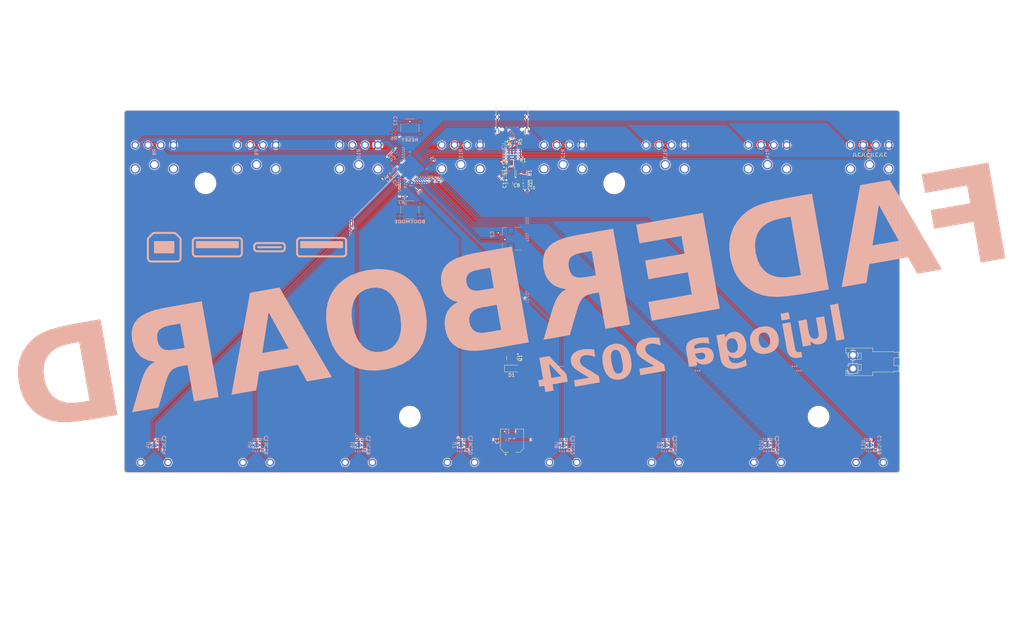
<source format=kicad_pcb>
(kicad_pcb
	(version 20240108)
	(generator "pcbnew")
	(generator_version "8.0")
	(general
		(thickness 1.6)
		(legacy_teardrops no)
	)
	(paper "A4")
	(layers
		(0 "F.Cu" signal)
		(31 "B.Cu" signal)
		(32 "B.Adhes" user "B.Adhesive")
		(33 "F.Adhes" user "F.Adhesive")
		(34 "B.Paste" user)
		(35 "F.Paste" user)
		(36 "B.SilkS" user "B.Silkscreen")
		(37 "F.SilkS" user "F.Silkscreen")
		(38 "B.Mask" user)
		(39 "F.Mask" user)
		(40 "Dwgs.User" user "User.Drawings")
		(41 "Cmts.User" user "User.Comments")
		(42 "Eco1.User" user "User.Eco1")
		(43 "Eco2.User" user "User.Eco2")
		(44 "Edge.Cuts" user)
		(45 "Margin" user)
		(46 "B.CrtYd" user "B.Courtyard")
		(47 "F.CrtYd" user "F.Courtyard")
		(48 "B.Fab" user)
		(49 "F.Fab" user)
		(50 "User.1" user)
		(51 "User.2" user)
		(52 "User.3" user)
		(53 "User.4" user)
		(54 "User.5" user)
		(55 "User.6" user)
		(56 "User.7" user)
		(57 "User.8" user)
		(58 "User.9" user)
	)
	(setup
		(stackup
			(layer "F.SilkS"
				(type "Top Silk Screen")
				(color "White")
			)
			(layer "F.Paste"
				(type "Top Solder Paste")
			)
			(layer "F.Mask"
				(type "Top Solder Mask")
				(color "Green")
				(thickness 0.01)
			)
			(layer "F.Cu"
				(type "copper")
				(thickness 0.035)
			)
			(layer "dielectric 1"
				(type "core")
				(thickness 1.51)
				(material "FR4")
				(epsilon_r 4.5)
				(loss_tangent 0.02)
			)
			(layer "B.Cu"
				(type "copper")
				(thickness 0.035)
			)
			(layer "B.Mask"
				(type "Bottom Solder Mask")
				(color "Green")
				(thickness 0.01)
			)
			(layer "B.Paste"
				(type "Bottom Solder Paste")
			)
			(layer "B.SilkS"
				(type "Bottom Silk Screen")
				(color "White")
			)
			(copper_finish "ENIG")
			(dielectric_constraints no)
		)
		(pad_to_mask_clearance 0)
		(allow_soldermask_bridges_in_footprints no)
		(pcbplotparams
			(layerselection 0x00010fc_ffffffff)
			(plot_on_all_layers_selection 0x0000000_00000000)
			(disableapertmacros no)
			(usegerberextensions yes)
			(usegerberattributes yes)
			(usegerberadvancedattributes yes)
			(creategerberjobfile no)
			(dashed_line_dash_ratio 12.000000)
			(dashed_line_gap_ratio 3.000000)
			(svgprecision 6)
			(plotframeref no)
			(viasonmask no)
			(mode 1)
			(useauxorigin no)
			(hpglpennumber 1)
			(hpglpenspeed 20)
			(hpglpendiameter 15.000000)
			(pdf_front_fp_property_popups yes)
			(pdf_back_fp_property_popups yes)
			(dxfpolygonmode yes)
			(dxfimperialunits yes)
			(dxfusepcbnewfont yes)
			(psnegative no)
			(psa4output no)
			(plotreference yes)
			(plotvalue yes)
			(plotfptext yes)
			(plotinvisibletext no)
			(sketchpadsonfab no)
			(subtractmaskfromsilk yes)
			(outputformat 1)
			(mirror no)
			(drillshape 0)
			(scaleselection 1)
			(outputdirectory "gerber/")
		)
	)
	(net 0 "")
	(net 1 "VDC")
	(net 2 "GND")
	(net 3 "+3V3")
	(net 4 "Net-(U1-LX)")
	(net 5 "/NRST")
	(net 6 "/BOOT0")
	(net 7 "/USART1_RX")
	(net 8 "/USART1_TX")
	(net 9 "Net-(U1-BS)")
	(net 10 "unconnected-(RV1-MountPin-PadMP)")
	(net 11 "unconnected-(RV1-MountPin-PadMP)_0")
	(net 12 "unconnected-(RV1-MountPin-PadMP)_1")
	(net 13 "unconnected-(RV2-MountPin-PadMP)")
	(net 14 "unconnected-(RV2-MountPin-PadMP)_0")
	(net 15 "unconnected-(RV2-MountPin-PadMP)_1")
	(net 16 "unconnected-(RV3-MountPin-PadMP)")
	(net 17 "unconnected-(RV3-MountPin-PadMP)_0")
	(net 18 "unconnected-(RV3-MountPin-PadMP)_1")
	(net 19 "VBUS")
	(net 20 "Net-(U1-FB)")
	(net 21 "Net-(D1-A)")
	(net 22 "Net-(J1-D+-PadA6)")
	(net 23 "Net-(J1-CC1)")
	(net 24 "unconnected-(J1-SBU2-PadB8)")
	(net 25 "Net-(J1-D--PadA7)")
	(net 26 "Net-(J1-CC2)")
	(net 27 "unconnected-(J1-SBU1-PadA8)")
	(net 28 "unconnected-(J2-MountPin-PadMP)")
	(net 29 "unconnected-(J2-MountPin-PadMP)_0")
	(net 30 "Net-(U1-EN)")
	(net 31 "TOUCH1")
	(net 32 "TOUCH2")
	(net 33 "TOUCH3")
	(net 34 "unconnected-(RV4-MountPin-PadMP)")
	(net 35 "unconnected-(RV4-MountPin-PadMP)_0")
	(net 36 "unconnected-(RV4-MountPin-PadMP)_1")
	(net 37 "unconnected-(RV5-MountPin-PadMP)")
	(net 38 "unconnected-(RV5-MountPin-PadMP)_0")
	(net 39 "unconnected-(RV5-MountPin-PadMP)_1")
	(net 40 "unconnected-(RV6-MountPin-PadMP)")
	(net 41 "unconnected-(RV6-MountPin-PadMP)_0")
	(net 42 "unconnected-(RV6-MountPin-PadMP)_1")
	(net 43 "unconnected-(RV7-MountPin-PadMP)")
	(net 44 "unconnected-(RV7-MountPin-PadMP)_0")
	(net 45 "unconnected-(RV7-MountPin-PadMP)_1")
	(net 46 "unconnected-(RV8-MountPin-PadMP)")
	(net 47 "unconnected-(RV8-MountPin-PadMP)_0")
	(net 48 "unconnected-(RV8-MountPin-PadMP)_1")
	(net 49 "TOUCH4")
	(net 50 "TOUCH5")
	(net 51 "TOUCH6")
	(net 52 "TOUCH7")
	(net 53 "TOUCH8")
	(net 54 "/Faders and motor control/B1")
	(net 55 "ADC1")
	(net 56 "/Faders and motor control/A1")
	(net 57 "/Faders and motor control/A2")
	(net 58 "/Faders and motor control/B2")
	(net 59 "ADC2")
	(net 60 "ADC3")
	(net 61 "/Faders and motor control/B3")
	(net 62 "/Faders and motor control/A3")
	(net 63 "ADC4")
	(net 64 "/Faders and motor control/A4")
	(net 65 "/Faders and motor control/B4")
	(net 66 "ADC5")
	(net 67 "/Faders and motor control/A5")
	(net 68 "/Faders and motor control/B5")
	(net 69 "/Faders and motor control/B6")
	(net 70 "ADC6")
	(net 71 "/Faders and motor control/A6")
	(net 72 "/Faders and motor control/B7")
	(net 73 "/Faders and motor control/A7")
	(net 74 "ADC7")
	(net 75 "/Faders and motor control/A8")
	(net 76 "ADC8")
	(net 77 "/Faders and motor control/B8")
	(net 78 "PWM7")
	(net 79 "DIR1")
	(net 80 "PWM5")
	(net 81 "DIR6")
	(net 82 "PWM1")
	(net 83 "PWM3")
	(net 84 "DIR8")
	(net 85 "PWM6")
	(net 86 "PWM8")
	(net 87 "NSLEEP")
	(net 88 "PWM4")
	(net 89 "DIR7")
	(net 90 "PWM2")
	(net 91 "DIR2")
	(net 92 "/USB_D+")
	(net 93 "/USB_D-")
	(net 94 "SWDIO{slash}DIR5")
	(net 95 "SWCLK{slash}DIR4")
	(net 96 "DIR3")
	(footprint "Package_TO_SOT_SMD:SOT-23" (layer "F.Cu") (at 147.5 97.56 -90))
	(footprint "Capacitor_SMD:CP_Elec_6.3x7.7" (layer "F.Cu") (at 147.5 121.79 90))
	(footprint "faderboard:Fader_Alps_RSA0N11M9A0J" (layer "F.Cu") (at 72.5 35))
	(footprint "Capacitor_SMD:C_0805_2012Metric" (layer "F.Cu") (at 148.11 40.175 180))
	(footprint "Inductor_SMD:L_Sunlord_SWPA252012S" (layer "F.Cu") (at 147.065 42.8925 -90))
	(footprint "Package_TO_SOT_SMD:SOT-23-6" (layer "F.Cu") (at 150.3 43.205 90))
	(footprint "faderboard:Fader_Alps_RSA0N11M9A0J" (layer "F.Cu") (at 222.5 35))
	(footprint "Capacitor_SMD:C_0402_1005Metric" (layer "F.Cu") (at 150.775 47.595))
	(footprint "Capacitor_SMD:C_0402_1005Metric" (layer "F.Cu") (at 148.87 45.715 180))
	(footprint "Capacitor_SMD:C_0805_2012Metric" (layer "F.Cu") (at 146.98 46.2425 -90))
	(footprint "faderboard:Fader_Alps_RSA0N11M9A0J" (layer "F.Cu") (at 42.5 35))
	(footprint "MountingHole:MountingHole_3.2mm_M3" (layer "F.Cu") (at 117.5 114.75))
	(footprint "MountingHole:MountingHole_3.2mm_M3" (layer "F.Cu") (at 177.5 46.25))
	(footprint "faderboard:Fader_Alps_RSA0N11M9A0J" (layer "F.Cu") (at 252.5 35))
	(footprint "Resistor_SMD:R_0402_1005Metric" (layer "F.Cu") (at 150.775 45.725 180))
	(footprint "faderboard:Fader_Alps_RSA0N11M9A0J" (layer "F.Cu") (at 162.5 35))
	(footprint "Resistor_SMD:R_0402_1005Metric" (layer "F.Cu") (at 150.74 40.685))
	(footprint "Resistor_SMD:R_0402_1005Metric" (layer "F.Cu") (at 148.75 34.04 -90))
	(footprint "faderboard:Fader_Alps_RSA0N11M9A0J" (layer "F.Cu") (at 102.5 35))
	(footprint "MountingHole:MountingHole_3.2mm_M3" (layer "F.Cu") (at 57.5 46.25))
	(footprint "Connector_USB:USB_C_Receptacle_HRO_TYPE-C-31-M-12" (layer "F.Cu") (at 147.5 27.84 180))
	(footprint "Connector_JST:JST_VH_S2P-VH_1x02_P3.96mm_Horizontal" (layer "F.Cu") (at 247.625 100.63 90))
	(footprint "faderboard:Fader_Alps_RSA0N11M9A0J" (layer "F.Cu") (at 132.5 35))
	(footprint "Resistor_SMD:R_0402_1005Metric" (layer "F.Cu") (at 150.775 46.665))
	(footprint "Diode_SMD:D_SOD-123F" (layer "F.Cu") (at 147.5 100.63))
	(footprint "Resistor_SMD:R_0402_1005Metric" (layer "F.Cu") (at 145.75 34.04 -90))
	(footprint "faderboard:Fader_Alps_RSA0N11M9A0J" (layer "F.Cu") (at 192.5 35))
	(footprint "MountingHole:MountingHole_3.2mm_M3" (layer "F.Cu") (at 237.5 114.75))
	(footprint "Package_SON:WSON-8-1EP_2x2mm_P0.5mm_EP0.9x1.6mm_ThermalVias" (layer "B.Cu") (at 252.5 123.1 90))
	(footprint "Capacitor_SMD:C_0402_1005Metric" (layer "B.Cu") (at 224.21 122.19 -90))
	(footprint "faderboard:Jushuo_AFC01-S04FCx-00_1x04-1MP_P0.50mm_Horizontal" (layer "B.Cu") (at 147.5 62.5 -90))
	(footprint "Resistor_SMD:R_0402_1005Metric" (layer "B.Cu") (at 112.78 31.875))
	(footprint "Package_SON:WSON-8-1EP_2x2mm_P0.5mm_EP0.9x1.6mm_ThermalVias" (layer "B.Cu") (at 102.5 123.1 90))
	(footprint "Capacitor_SMD:C_0402_1005Metric" (layer "B.Cu") (at 224.21 124.01 90))
	(footprint "Capacitor_SMD:C_0402_1005Metric" (layer "B.Cu") (at 194.21 122.19 -90))
	(footprint "Capacitor_SMD:C_0402_1005Metric" (layer "B.Cu") (at 104.21 124.01 90))
	(footprint "Package_SON:WSON-8-1EP_2x2mm_P0.5mm_EP0.9x1.6mm_ThermalVias"
		(layer "B.Cu")
		(uuid "3a87fa2e-2783-4786-bb91-75bddbfaa829")
		(at 132.5 123.1 90)
		(descr "8-Lead Plastic WSON, 2x2mm Body, 0.5mm Pitch, WSON-8, http://www.ti.com/lit/ds/symlink/lm27761.pdf")
		(tags "WSON 8 1EP ThermalVias")
		(property "Reference" "U7"
			(at 0 -1.9 -90)
			(layer "B.SilkS")
			(uuid "f2b7fdee-81de-4742-a2e9-73168582ff74")
			(effects
				(font
					(size 1 1)
					(thickness 0.15)
				)
				(justify mirror)
			)
		)
		(property "Value" "DRV8838"
			(at 0.01 -2.14 -90)
			(layer "B.Fab")
			(uuid "a923cc21-fbbd-4f27-a7cb-4b9dd710e8d5")
			(effects
				(font
					(size 1 1)
					(thickness 0.15)
				)
				(justify mirror)
			)
		)
		(property "Footprint" "Package_SON:WSON-8-1EP_2x2mm_P0.5mm_EP0.9x1.6mm_ThermalVias"
			(at 0 0 -90)
			(unlocked yes)
			(layer "B.Fab")
			(hide yes)
			(uuid "dc0b0bbd-aceb-4a9e-80de-8112ed901dbc")
			(effects
				(font
					(size 1.27 1.27)
					(thickness 0.15)
				)
				(justify mirror)
			)
		)
		(property "Datasheet" "http://www.ti.com/lit/ds/symlink/drv8837.pdf"
			(at 0 0 -90)
			(unlocked yes)
			(layer "B.Fab")
			(hide yes)
			(uuid "b154cd45-0676-42fb-adde-07af963c4583")
			(effects
				(font
					(size 1.27 1.27)
					(thickness 0.15)
				)
				(justify mirror)
			)
		)
		(property "Description" "H-Bridge driver, 1.8A, Low Voltage, PH/EN input, WSON-8"
			(at 0 0 -90)
			(unlocked yes)
			(layer "B.Fab")
			(hide yes)
			(uuid "1948780d-d1e4-4d08-9870-c8db7a48c06a")
			(effects
				(font
					(size 1.27 1.27)
					(thickness 0.15)
				)
				(justify mirror)
			)
		)
		(property ki_fp_filters "WSON*1EP*2x2mm*P0.5mm*")
		(path "/7e98d2d8-242d-4e31-bdce-eea112b90cb9/f40fa12b-d48a-4c6d-a008-2a0b1063af08")
		(sheetname "Faders and motor control")
		(sheetfile "faders.kicad_sch")
		(attr smd)
		(fp_line
			(start 1 -1.14)
			(end -1 -1.14)
			(stroke
				(width 0.12)
				(type solid)
			)
			(layer "B.SilkS")
			(uuid "ac5ecf47-5fa5-4afc-8502-3c220987f39c")
		)
		(fp_line
			(start 0.99 1.14)
			(end -1.01 1.14)
			(stroke
				(width 0.12)
				(type solid)
			)
			(layer "B.SilkS")
			(uuid "45147fb2-acc2-4560-ab03-e8d025f780a5")
		)
		(fp_poly
			(pts
				(xy -1.37 1.07) (xy -1.65 1.07) (xy -1.37 1.35) (xy -1.37 1.07)
			)
			(stroke
				(width 0.12)
				(type solid)
			)
			(fill solid)
			(layer "B.SilkS")
			(uuid "dd84f7e7-b51d-4bdb-84aa-8187ad9795ab")
		)
		(fp_line
			(start 1.6 -1.25)
			(end -1.6 -1.25)
			(stroke
				(width 0.05)
				(type solid)
			)
			(layer "B.CrtYd")
			(uuid "161b3adc-392f-4afb-bd6e-4187335410ca")
		)
		(fp_line
			(start 1.6 -1.25)
			(end 1.6 1.25)
			(stroke
				(width 0.05)
				(type solid)
			)
			(layer "B.CrtYd")
			(uuid "93d715d0-69ec-4782-8d71-bcb642ba1920")
		)
		(fp_line
			(start -1.6 -1.25)
			(end -1.6 1.25)
			(stroke
				(width 0.05)
				(type solid)
			)
			(layer "B.CrtYd")
			(uuid "7212b1d5-b70b-4cb5-966a-77990a100cc4")
		)
		(fp_line
			(start 1.6 1.25)
			(end -1.6 1.25)
			(stroke
				(width 0.05)
				(type solid)
			)
			(layer "B.CrtYd")
			(uuid "88608835-c5cb-423e-a39b-744f1de4eae5")
		)
		(fp_line
			(start 1 -1)
			(end 1 1)
			(stroke
				(width 0.1)
				(type solid)
			)
			(layer "B.Fab")
			(uuid "76861bda-b166-41cd-8c4b-f6ed017cf074")
		)
		(fp_line
			(start -1 -1)
			(end 1 -1)
			(stroke
				(width 0.1)
				(type solid)
			)
			(layer "B.Fab")
			(uuid "6de03afd-4cbd-4071-b311-c9938569a96e")
		)
		(fp_line
			(start -1 0.5)
			(end -1 -1)
			(stroke
				(width 0.1)
				(type solid)
			)
			(layer "B.Fab")
			(uuid "b6bbcb8f-cfb9-4425-aa9e-44224e8a5ed9")
		)
		(fp_line
			(start -1 0.5)
			(end -0.5 1)
			(stroke
				(width 0.1)
				(type solid)
			)
			(layer "B.Fab")
			(uuid "fe6bb5f7-2d86-410b-9796-5acdb7be9c4f")
		)
		(fp_line
			(start 1 1)
			(end -0.5 1)
			(stroke
				(width 0.1)
				(type solid)
			)
			(layer "B.Fab")
			(uuid "b540d12a-33d0-4a34-9262-61812c4bd8a0")
		)
		(fp_text user "${REFERENCE}"
			(at 0 0 -90)
			(layer "B.Fab")
			(uuid "49cf857a-c441-4cb6-bca9-62afb6994d2a")
			(effects
				(font
					(size 0.7 0.7)
					(thickness 0.1)
				)
				(justify mirror)
			)
		)
		(pad "" smd rect
			(at 0 -0.4 90)
			(size 0.75 0.65)
			(layers "B.Paste")
			(uuid "3e478de3-efdf-48ec-91ce-c90947725707")
		)
		(pad "" smd rect
			(at 0 0.4 90)
			(size 0.75 0.65)
			(layers "B.Paste")
			(uuid "620f942c-f40e-4e18-aefd-682c78252fef")
		)
		(pad "1" smd roundrect
			(at -0.95 0.75 90)
			(size 0.5 0.25)
			(layers "B.Cu" "B.Paste" "B.Mask")
			(roundrect_rratio 0.25)
			(net 1 "VDC")
			(pinfunction "VM")
			(pintype "power_in")
			(uuid "52e4ba0d-b520-4ee7-a63f-c3ebcf701571")
		)
		(pad "2" smd roundrect
			(at -0.95 0.25 90)
			(size 0.5 0.25)
			(layers "B.Cu" "B.Paste" "B.Mask")
			(roundrect_rratio 0.25)
			(net 64 "/Faders and motor control/A4")
			(pinfunction "OUT1")
			(pintype "output")
			(uuid "8c5711c6-2af5-400d-8dbb-0f03ea058a00")
		)
		(pad "3" smd roundrect
			(at -0.95 -0.25 90)
			(size 0.5 0.25)
			(layers "B.Cu" "B.Paste" "B.Mask")
			(roundrect_rratio 0.25)
			(net 65 "/Faders and motor control/B4")
			(pinfunction "OUT2")
			(pintype "output")
			(uuid "68a2a6af-4454-4803-9081-06f8fe19c06d")
		)
		(pad "4" smd roundrect
			(at -0.95 -0.75 90)
			(size 0.5 0.25)
			(layers "B.Cu" "B.Paste" "B.Mask")
			(roundrect_rratio 0.25)
			(net 2 "GND")
			(pinfunction "GND")
			(pintype "power_in")
			(uuid "caa83fb0-f7cf-406e-b2e2-8d01ff3dc83f")
		)
		(pad "5" smd roundrect
			(at 0.95 -0.75 90)
			(size 0.5 0.25)
... [871414 chars truncated]
</source>
